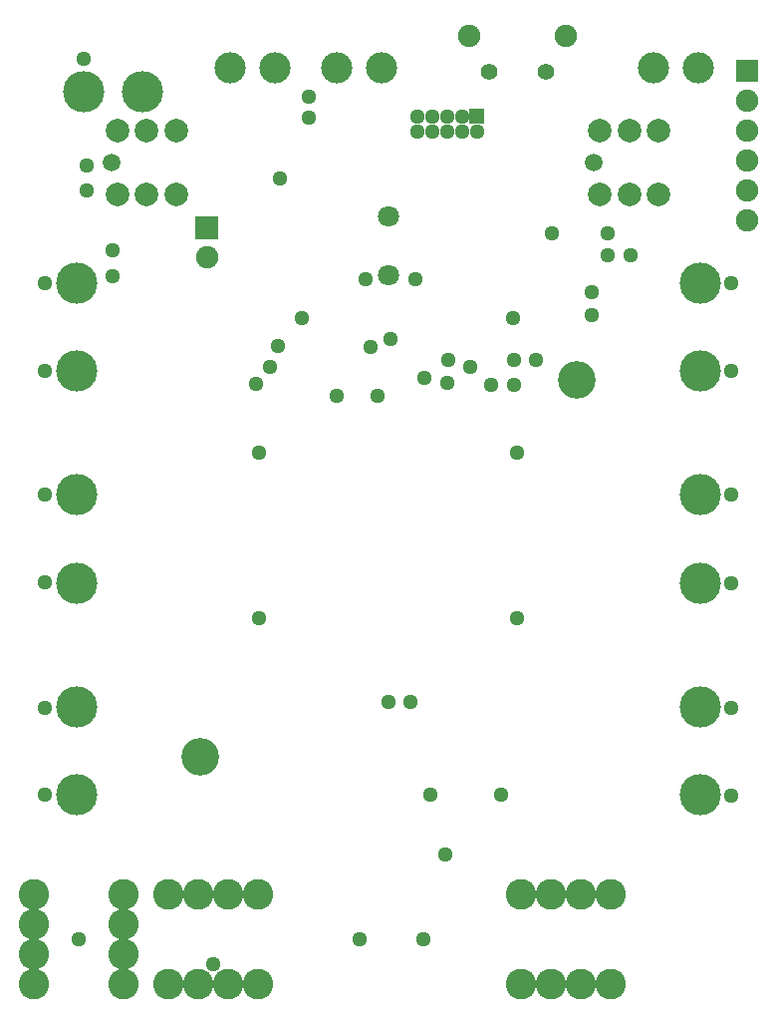
<source format=gbr>
G04 start of page 11 for group -4062 idx -4062 *
G04 Title: (unknown), soldermask *
G04 Creator: pcb 20140316 *
G04 CreationDate: Mon 04 Feb 2019 13:49:24 GMT UTC *
G04 For: kier *
G04 Format: Gerber/RS-274X *
G04 PCB-Dimensions (mil): 3346.46 4133.86 *
G04 PCB-Coordinate-Origin: lower left *
%MOIN*%
%FSLAX25Y25*%
%LNBOTTOMMASK*%
%ADD194C,0.0591*%
%ADD193C,0.0787*%
%ADD192C,0.1260*%
%ADD191C,0.1024*%
%ADD190C,0.0709*%
%ADD189C,0.1043*%
%ADD188C,0.0551*%
%ADD187C,0.0748*%
%ADD186C,0.0001*%
%ADD185C,0.0512*%
%ADD184C,0.1378*%
G54D184*X271654Y115157D03*
Y144685D03*
Y256890D03*
Y286417D03*
Y186024D03*
Y215551D03*
G54D185*X187008Y342126D03*
Y337126D03*
X182008Y342126D03*
Y337126D03*
G54D186*G36*
X194449Y344685D02*Y339567D01*
X199567D01*
Y344685D01*
X194449D01*
G37*
G54D185*X197008Y337126D03*
X192008Y342126D03*
Y337126D03*
G54D187*X194488Y369094D03*
G54D188*X201083Y356969D03*
G54D185*X177008Y342126D03*
G54D189*X129547Y358268D03*
X114547D03*
X164980D03*
X149980D03*
G54D185*X177008Y337126D03*
G54D186*G36*
X102953Y308622D02*Y301142D01*
X110433D01*
Y308622D01*
X102953D01*
G37*
G54D190*X167323Y308661D03*
Y288976D03*
G54D184*X62992Y215551D03*
Y186024D03*
Y286417D03*
Y256890D03*
G54D187*X106693Y294882D03*
G54D184*X62992Y144685D03*
Y115157D03*
G54D191*X48780Y51929D03*
Y61929D03*
Y71929D03*
Y81929D03*
X78780Y51929D03*
X93661D03*
X103661D03*
X113661D03*
X123661D03*
X78780Y61929D03*
Y71929D03*
G54D192*X104331Y127953D03*
G54D191*X78780Y81929D03*
X93661D03*
X103661D03*
X113661D03*
X123661D03*
X211772D03*
X221772D03*
X231772D03*
X241772D03*
X211772Y51929D03*
X221772D03*
X231772D03*
X241772D03*
G54D186*G36*
X283661Y360984D02*Y353504D01*
X291142D01*
Y360984D01*
X283661D01*
G37*
G54D187*X226772Y369094D03*
G54D188*X220177Y356969D03*
G54D189*X271280Y358268D03*
X256280D03*
G54D187*X287402Y347244D03*
Y337244D03*
Y327244D03*
Y317244D03*
Y307244D03*
G54D193*X257874Y316142D03*
X248031D03*
X238189D03*
G54D194*X236220Y326772D03*
G54D192*X230315Y253937D03*
G54D193*X257874Y337402D03*
X248031D03*
X238189D03*
X96457Y316142D03*
Y337402D03*
G54D194*X74803Y326772D03*
G54D193*X86614Y316142D03*
X76772D03*
X86614Y337402D03*
X76772D03*
G54D184*X85039Y350394D03*
X65354D03*
G54D185*X222047Y303150D03*
X65354Y361417D03*
X66535Y325591D03*
Y317323D03*
X52362Y286220D03*
X75197Y288583D03*
Y297244D03*
X140945Y341732D03*
Y348819D03*
X131102Y321260D03*
X176378Y287795D03*
X159843D03*
X240945Y295669D03*
Y303150D03*
X248425Y295669D03*
X124016Y174409D03*
X52362Y215748D03*
Y257087D03*
X150000Y248819D03*
X127756Y258465D03*
X52362Y144488D03*
Y186220D03*
X108661Y58661D03*
X52362Y115354D03*
X63780Y66929D03*
X282283Y215748D03*
Y185827D03*
X235433Y275591D03*
Y283465D03*
X282283Y257087D03*
Y286220D03*
X209449Y260630D03*
Y252362D03*
X216929Y260630D03*
X210630Y229528D03*
X124016D03*
X168110Y267717D03*
X161417Y264961D03*
X130315Y265354D03*
X123228Y252756D03*
X163780Y248819D03*
X209055Y274803D03*
X138583D03*
X201969Y252362D03*
X187008Y253150D03*
X179528Y254724D03*
X187402Y260630D03*
X194882Y258268D03*
X157874Y66929D03*
X179134D03*
X186614Y95276D03*
X167323Y146457D03*
X174803D03*
X181496Y115354D03*
X205118D03*
X210630Y174409D03*
X282283Y144488D03*
Y114961D03*
M02*

</source>
